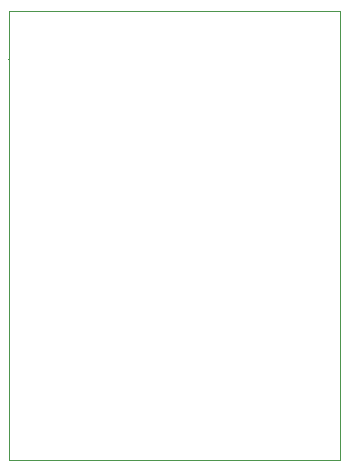
<source format=gbr>
%TF.GenerationSoftware,KiCad,Pcbnew,8.0.8*%
%TF.CreationDate,2025-01-29T17:02:44+00:00*%
%TF.ProjectId,ec30_2x3_l_mh_0.1,65633330-5f32-4783-935f-6c5f6d685f30,v0.1*%
%TF.SameCoordinates,PX8d24d00PY36d6160*%
%TF.FileFunction,Other,User*%
%FSLAX46Y46*%
G04 Gerber Fmt 4.6, Leading zero omitted, Abs format (unit mm)*
G04 Created by KiCad (PCBNEW 8.0.8) date 2025-01-29 17:02:44*
%MOMM*%
%LPD*%
G01*
G04 APERTURE LIST*
%ADD10C,0.100000*%
%ADD11C,0.130000*%
%ADD12C,0.120000*%
%ADD13C,0.110000*%
G04 APERTURE END LIST*
D10*
X-14000000Y19000000D02*
X14000000Y19000000D01*
X14000000Y-19000000D01*
X-14000000Y-19000000D01*
X-14000000Y19000000D01*
D11*
%TO.C,GS1*%
X-14000000Y15000000D02*
X-14000000Y15000000D01*
D12*
%TO.C,GS2*%
X14000000Y-15000000D02*
X14000000Y-15000000D01*
D13*
%TO.C,GS3*%
X-10000000Y-19000000D02*
X-10000000Y-19000000D01*
%TD*%
M02*

</source>
